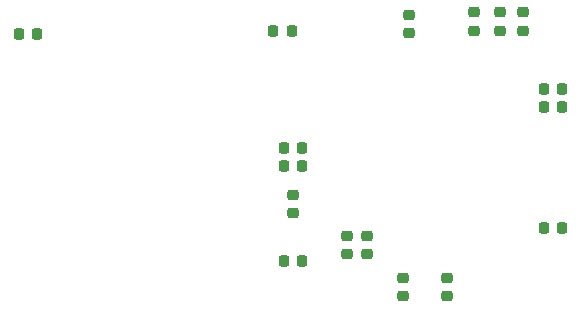
<source format=gbr>
%TF.GenerationSoftware,KiCad,Pcbnew,7.0.8-7.0.8~ubuntu22.04.1*%
%TF.CreationDate,2023-10-10T13:43:40+03:00*%
%TF.ProjectId,minifp,6d696e69-6670-42e6-9b69-6361645f7063,rev?*%
%TF.SameCoordinates,Original*%
%TF.FileFunction,Paste,Bot*%
%TF.FilePolarity,Positive*%
%FSLAX46Y46*%
G04 Gerber Fmt 4.6, Leading zero omitted, Abs format (unit mm)*
G04 Created by KiCad (PCBNEW 7.0.8-7.0.8~ubuntu22.04.1) date 2023-10-10 13:43:40*
%MOMM*%
%LPD*%
G01*
G04 APERTURE LIST*
G04 Aperture macros list*
%AMRoundRect*
0 Rectangle with rounded corners*
0 $1 Rounding radius*
0 $2 $3 $4 $5 $6 $7 $8 $9 X,Y pos of 4 corners*
0 Add a 4 corners polygon primitive as box body*
4,1,4,$2,$3,$4,$5,$6,$7,$8,$9,$2,$3,0*
0 Add four circle primitives for the rounded corners*
1,1,$1+$1,$2,$3*
1,1,$1+$1,$4,$5*
1,1,$1+$1,$6,$7*
1,1,$1+$1,$8,$9*
0 Add four rect primitives between the rounded corners*
20,1,$1+$1,$2,$3,$4,$5,0*
20,1,$1+$1,$4,$5,$6,$7,0*
20,1,$1+$1,$6,$7,$8,$9,0*
20,1,$1+$1,$8,$9,$2,$3,0*%
G04 Aperture macros list end*
%ADD10RoundRect,0.225000X0.225000X0.250000X-0.225000X0.250000X-0.225000X-0.250000X0.225000X-0.250000X0*%
%ADD11RoundRect,0.225000X-0.225000X-0.250000X0.225000X-0.250000X0.225000X0.250000X-0.225000X0.250000X0*%
%ADD12RoundRect,0.225000X-0.250000X0.225000X-0.250000X-0.225000X0.250000X-0.225000X0.250000X0.225000X0*%
%ADD13RoundRect,0.225000X0.250000X-0.225000X0.250000X0.225000X-0.250000X0.225000X-0.250000X-0.225000X0*%
G04 APERTURE END LIST*
D10*
%TO.C,C9*%
X138375000Y-109337500D03*
X136825000Y-109337500D03*
%TD*%
%TO.C,C18*%
X116853000Y-109600000D03*
X115303000Y-109600000D03*
%TD*%
D11*
%TO.C,C2*%
X159725000Y-115750000D03*
X161275000Y-115750000D03*
%TD*%
D10*
%TO.C,C19*%
X139275000Y-119250000D03*
X137725000Y-119250000D03*
%TD*%
D12*
%TO.C,C15*%
X147780000Y-130225000D03*
X147780000Y-131775000D03*
%TD*%
D10*
%TO.C,C16*%
X139275000Y-128778000D03*
X137725000Y-128778000D03*
%TD*%
D13*
%TO.C,C5*%
X158000000Y-109275000D03*
X158000000Y-107725000D03*
%TD*%
%TO.C,C4*%
X144780000Y-128185000D03*
X144780000Y-126635000D03*
%TD*%
D10*
%TO.C,C3*%
X139275000Y-120750000D03*
X137725000Y-120750000D03*
%TD*%
D11*
%TO.C,C13*%
X159725000Y-126000000D03*
X161275000Y-126000000D03*
%TD*%
D13*
%TO.C,C6*%
X143080000Y-128185000D03*
X143080000Y-126635000D03*
%TD*%
%TO.C,C1*%
X156000000Y-109275000D03*
X156000000Y-107725000D03*
%TD*%
%TO.C,C17*%
X138500000Y-124750000D03*
X138500000Y-123200000D03*
%TD*%
D12*
%TO.C,C14*%
X151500000Y-130225000D03*
X151500000Y-131775000D03*
%TD*%
D11*
%TO.C,C12*%
X159725000Y-114250000D03*
X161275000Y-114250000D03*
%TD*%
D13*
%TO.C,C10*%
X148280000Y-109475000D03*
X148280000Y-107925000D03*
%TD*%
%TO.C,C11*%
X153780000Y-109275000D03*
X153780000Y-107725000D03*
%TD*%
M02*

</source>
